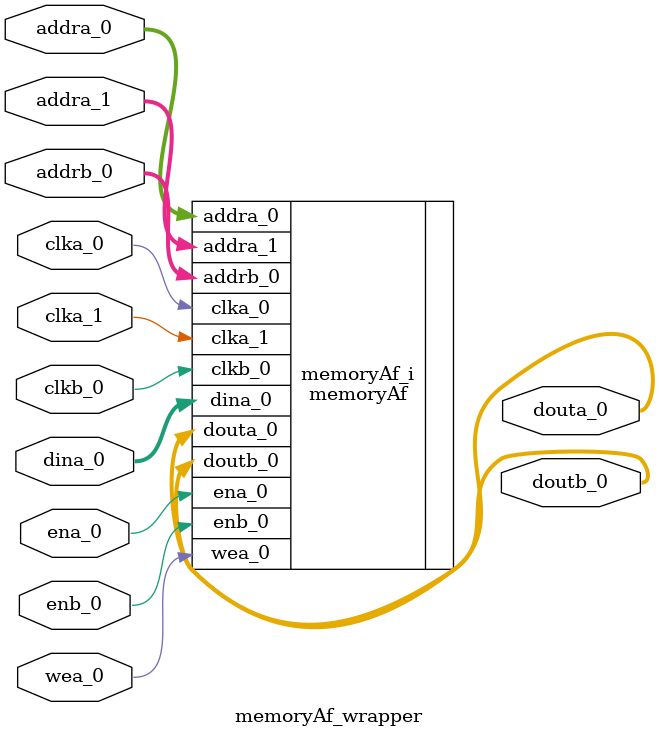
<source format=v>
`timescale 1 ps / 1 ps

module memoryAf_wrapper
   (addra_0,
    addra_1,
    addrb_0,
    clka_0,
    clka_1,
    clkb_0,
    dina_0,
    douta_0,
    doutb_0,
    ena_0,
    enb_0,
    wea_0);
  input [6:0]addra_0;
  input [4:0]addra_1;
  input [6:0]addrb_0;
  input clka_0;
  input clka_1;
  input clkb_0;
  input [31:0]dina_0;
  output [31:0]douta_0;
  output [31:0]doutb_0;
  input ena_0;
  input enb_0;
  input [0:0]wea_0;

  wire [6:0]addra_0;
  wire [4:0]addra_1;
  wire [6:0]addrb_0;
  wire clka_0;
  wire clka_1;
  wire clkb_0;
  wire [31:0]dina_0;
  wire [31:0]douta_0;
  wire [31:0]doutb_0;
  wire ena_0;
  wire enb_0;
  wire [0:0]wea_0;

  memoryAf memoryAf_i
       (.addra_0(addra_0),
        .addra_1(addra_1),
        .addrb_0(addrb_0),
        .clka_0(clka_0),
        .clka_1(clka_1),
        .clkb_0(clkb_0),
        .dina_0(dina_0),
        .douta_0(douta_0),
        .doutb_0(doutb_0),
        .ena_0(ena_0),
        .enb_0(enb_0),
        .wea_0(wea_0));
endmodule

</source>
